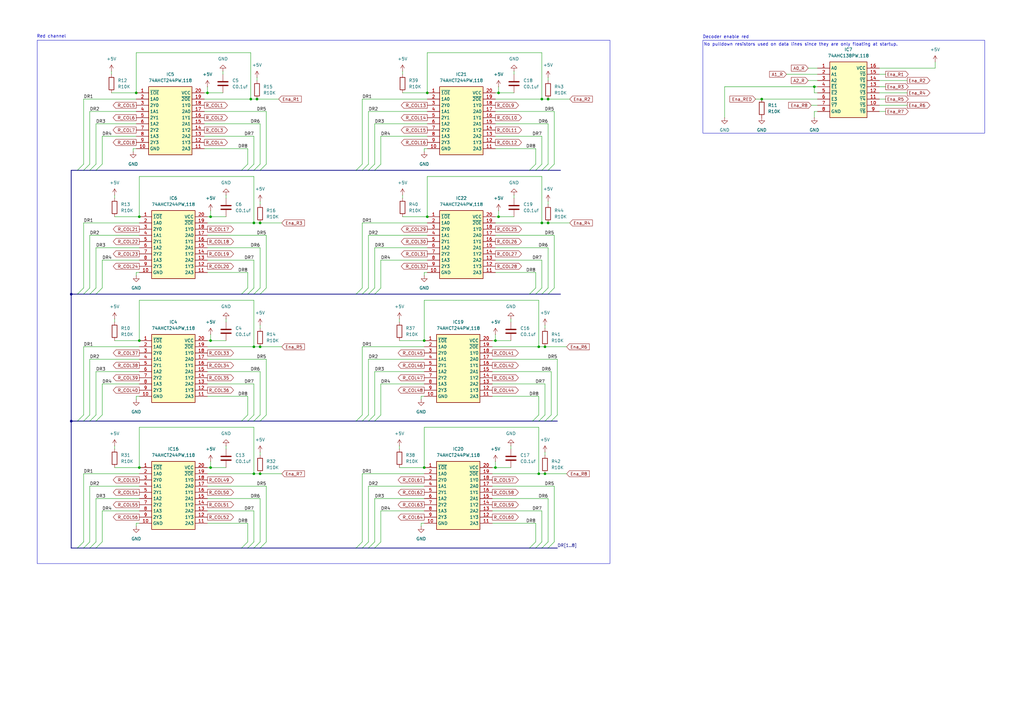
<source format=kicad_sch>
(kicad_sch (version 20250114) (generator "eeschema") (generator_version "9.0")
  (paper "A3")
  (title_block (title "8x8_Led_Cube") (rev "1") (company "Áuthor: Lars Molenschot"))
  (rectangle (start 15.24 16.51) (end 250.19 231.14))
  (rectangle (start 288.29 16.51) (end 403.86 54.61))
  (text "Red channel" (at 21.082 14.986 0) (effects (font (size 1.27 1.27))))
  (text "No pulldown resistors used on data lines since they are only floating at startup." (at 328.422 18.288 0) (effects (font (size 1.27 1.27))))
  (text "Decoder enable red" (at 297.688 15.24 0) (effects (font (size 1.27 1.27))))
  (junction (at 220.98 194.31))
  (junction (at 29.21 120.65))
  (junction (at 204.47 38.1))
  (junction (at 334.01 35.56))
  (junction (at 104.14 194.31))
  (junction (at 223.52 142.24))
  (junction (at 86.36 88.9))
  (junction (at 104.14 91.44))
  (junction (at 222.25 91.44))
  (junction (at 175.26 38.1))
  (junction (at 57.15 191.77))
  (junction (at 57.15 88.9))
  (junction (at 86.36 191.77))
  (junction (at 312.42 40.64))
  (junction (at 224.79 40.64))
  (junction (at 85.09 38.1))
  (junction (at 106.68 142.24))
  (junction (at 102.87 40.64))
  (junction (at 57.15 139.7))
  (junction (at 173.99 191.77))
  (junction (at 173.99 139.7))
  (junction (at 220.98 142.24))
  (junction (at 222.25 40.64))
  (junction (at 106.68 91.44))
  (junction (at 86.36 139.7))
  (junction (at 224.79 91.44))
  (junction (at 105.41 40.64))
  (junction (at 104.14 142.24))
  (junction (at 204.47 88.9))
  (junction (at 203.2 191.77))
  (junction (at 55.88 38.1))
  (junction (at 223.52 194.31))
  (junction (at 203.2 139.7))
  (junction (at 175.26 88.9))
  (junction (at 29.21 172.72))
  (junction (at 106.68 194.31))
  (bus_entry (at 151.13 172.72) (size 2.54 -2.54))
  (bus_entry (at 36.83 172.72) (size 2.54 -2.54))
  (bus_entry (at 153.67 120.65) (size 2.54 -2.54))
  (bus_entry (at 151.13 120.65) (size 2.54 -2.54))
  (bus_entry (at 146.05 172.72) (size 2.54 -2.54))
  (bus_entry (at 222.25 120.65) (size 2.54 -2.54))
  (bus_entry (at 104.14 120.65) (size 2.54 -2.54))
  (bus_entry (at 101.6 69.85) (size 2.54 -2.54))
  (bus_entry (at 101.6 120.65) (size 2.54 -2.54))
  (bus_entry (at 153.67 172.72) (size 2.54 -2.54))
  (bus_entry (at 148.59 224.79) (size 2.54 -2.54))
  (bus_entry (at 218.44 172.72) (size 2.54 -2.54))
  (bus_entry (at 106.68 172.72) (size 2.54 -2.54))
  (bus_entry (at 39.37 69.85) (size 2.54 -2.54))
  (bus_entry (at 148.59 120.65) (size 2.54 -2.54))
  (bus_entry (at 104.14 224.79) (size 2.54 -2.54))
  (bus_entry (at 31.75 172.72) (size 2.54 -2.54))
  (bus_entry (at 217.17 120.65) (size 2.54 -2.54))
  (bus_entry (at 217.17 224.79) (size 2.54 -2.54))
  (bus_entry (at 223.52 172.72) (size 2.54 -2.54))
  (bus_entry (at 222.25 69.85) (size 2.54 -2.54))
  (bus_entry (at 151.13 69.85) (size 2.54 -2.54))
  (bus_entry (at 220.98 172.72) (size 2.54 -2.54))
  (bus_entry (at 34.29 69.85) (size 2.54 -2.54))
  (bus_entry (at 104.14 172.72) (size 2.54 -2.54))
  (bus_entry (at 99.06 224.79) (size 2.54 -2.54))
  (bus_entry (at 151.13 224.79) (size 2.54 -2.54))
  (bus_entry (at 219.71 224.79) (size 2.54 -2.54))
  (bus_entry (at 219.71 120.65) (size 2.54 -2.54))
  (bus_entry (at 224.79 69.85) (size 2.54 -2.54))
  (bus_entry (at 101.6 172.72) (size 2.54 -2.54))
  (bus_entry (at 99.06 120.65) (size 2.54 -2.54))
  (bus_entry (at 31.75 69.85) (size 2.54 -2.54))
  (bus_entry (at 146.05 120.65) (size 2.54 -2.54))
  (bus_entry (at 224.79 120.65) (size 2.54 -2.54))
  (bus_entry (at 153.67 69.85) (size 2.54 -2.54))
  (bus_entry (at 34.29 172.72) (size 2.54 -2.54))
  (bus_entry (at 36.83 120.65) (size 2.54 -2.54))
  (bus_entry (at 106.68 224.79) (size 2.54 -2.54))
  (bus_entry (at 153.67 224.79) (size 2.54 -2.54))
  (bus_entry (at 217.17 69.85) (size 2.54 -2.54))
  (bus_entry (at 226.06 172.72) (size 2.54 -2.54))
  (bus_entry (at 39.37 120.65) (size 2.54 -2.54))
  (bus_entry (at 31.75 120.65) (size 2.54 -2.54))
  (bus_entry (at 146.05 69.85) (size 2.54 -2.54))
  (bus_entry (at 146.05 224.79) (size 2.54 -2.54))
  (bus_entry (at 106.68 120.65) (size 2.54 -2.54))
  (bus_entry (at 36.83 224.79) (size 2.54 -2.54))
  (bus_entry (at 39.37 224.79) (size 2.54 -2.54))
  (bus_entry (at 99.06 69.85) (size 2.54 -2.54))
  (bus_entry (at 224.79 224.79) (size 2.54 -2.54))
  (bus_entry (at 148.59 69.85) (size 2.54 -2.54))
  (bus_entry (at 99.06 172.72) (size 2.54 -2.54))
  (bus_entry (at 101.6 224.79) (size 2.54 -2.54))
  (bus_entry (at 34.29 224.79) (size 2.54 -2.54))
  (bus_entry (at 39.37 172.72) (size 2.54 -2.54))
  (bus_entry (at 104.14 69.85) (size 2.54 -2.54))
  (bus_entry (at 148.59 172.72) (size 2.54 -2.54))
  (bus_entry (at 219.71 69.85) (size 2.54 -2.54))
  (bus_entry (at 31.75 224.79) (size 2.54 -2.54))
  (bus_entry (at 222.25 224.79) (size 2.54 -2.54))
  (bus_entry (at 36.83 69.85) (size 2.54 -2.54))
  (bus_entry (at 34.29 120.65) (size 2.54 -2.54))
  (bus_entry (at 106.68 69.85) (size 2.54 -2.54))
  (bus (pts (xy 153.67 120.65) (xy 217.17 120.65)))
  (wire (pts (xy 156.21 209.55) (xy 173.99 209.55)))
  (bus (pts (xy 217.17 120.65) (xy 219.71 120.65)))
  (bus (pts (xy 36.83 69.85) (xy 39.37 69.85)))
  (bus (pts (xy 223.52 172.72) (xy 226.06 172.72)))
  (wire (pts (xy 85.09 88.9) (xy 86.36 88.9)))
  (wire (pts (xy 223.52 133.35) (xy 223.52 134.62)))
  (wire (pts (xy 153.67 67.31) (xy 153.67 50.8)))
  (wire (pts (xy 45.72 38.1) (xy 55.88 38.1)))
  (wire (pts (xy 201.93 194.31) (xy 220.98 194.31)))
  (wire (pts (xy 156.21 222.25) (xy 156.21 209.55)))
  (wire (pts (xy 151.13 118.11) (xy 151.13 96.52)))
  (wire (pts (xy 332.74 43.18) (xy 335.28 43.18)))
  (wire (pts (xy 104.14 194.31) (xy 104.14 175.26)))
  (wire (pts (xy 41.91 157.48) (xy 57.15 157.48)))
  (wire (pts (xy 151.13 45.72) (xy 175.26 45.72)))
  (wire (pts (xy 222.25 72.39) (xy 175.26 72.39)))
  (bus (pts (xy 99.06 69.85) (xy 101.6 69.85)))
  (wire (pts (xy 334.01 48.26) (xy 334.01 45.72)))
  (wire (pts (xy 220.98 194.31) (xy 220.98 175.26)))
  (wire (pts (xy 224.79 101.6) (xy 224.79 118.11)))
  (wire (pts (xy 109.22 96.52) (xy 109.22 118.11)))
  (wire (pts (xy 39.37 204.47) (xy 57.15 204.47)))
  (wire (pts (xy 175.26 60.96) (xy 173.99 60.96)))
  (bus (pts (xy 99.06 172.72) (xy 101.6 172.72)))
  (wire (pts (xy 209.55 132.08) (xy 209.55 130.81)))
  (bus (pts (xy 106.68 172.72) (xy 146.05 172.72)))
  (wire (pts (xy 220.98 142.24) (xy 223.52 142.24)))
  (wire (pts (xy 222.25 55.88) (xy 203.2 55.88)))
  (wire (pts (xy 85.09 157.48) (xy 104.14 157.48)))
  (bus (pts (xy 31.75 69.85) (xy 34.29 69.85)))
  (wire (pts (xy 383.54 27.94) (xy 360.68 27.94)))
  (wire (pts (xy 36.83 199.39) (xy 57.15 199.39)))
  (wire (pts (xy 106.68 82.55) (xy 106.68 83.82)))
  (bus (pts (xy 101.6 120.65) (xy 104.14 120.65)))
  (bus (pts (xy 146.05 120.65) (xy 148.59 120.65)))
  (bus (pts (xy 148.59 172.72) (xy 151.13 172.72)))
  (wire (pts (xy 83.82 60.96) (xy 101.6 60.96)))
  (bus (pts (xy 148.59 224.79) (xy 146.05 224.79)))
  (wire (pts (xy 153.67 170.18) (xy 153.67 152.4)))
  (wire (pts (xy 224.79 204.47) (xy 224.79 222.25)))
  (wire (pts (xy 85.09 111.76) (xy 101.6 111.76)))
  (wire (pts (xy 85.09 162.56) (xy 101.6 162.56)))
  (wire (pts (xy 360.68 30.48) (xy 363.22 30.48)))
  (wire (pts (xy 224.79 31.75) (xy 224.79 33.02)))
  (wire (pts (xy 46.99 191.77) (xy 57.15 191.77)))
  (wire (pts (xy 92.71 132.08) (xy 92.71 130.81)))
  (wire (pts (xy 201.93 191.77) (xy 203.2 191.77)))
  (wire (pts (xy 201.93 162.56) (xy 220.98 162.56)))
  (bus (pts (xy 222.25 69.85) (xy 224.79 69.85)))
  (bus (pts (xy 99.06 120.65) (xy 101.6 120.65)))
  (wire (pts (xy 41.91 209.55) (xy 57.15 209.55)))
  (wire (pts (xy 148.59 170.18) (xy 148.59 142.24)))
  (wire (pts (xy 55.88 21.59) (xy 55.88 38.1)))
  (wire (pts (xy 106.68 204.47) (xy 106.68 222.25)))
  (bus (pts (xy 153.67 69.85) (xy 217.17 69.85)))
  (wire (pts (xy 204.47 86.36) (xy 204.47 88.9)))
  (wire (pts (xy 148.59 142.24) (xy 173.99 142.24)))
  (wire (pts (xy 85.09 96.52) (xy 109.22 96.52)))
  (wire (pts (xy 210.82 30.48) (xy 210.82 29.21)))
  (wire (pts (xy 85.09 101.6) (xy 106.68 101.6)))
  (wire (pts (xy 204.47 38.1) (xy 210.82 38.1)))
  (wire (pts (xy 334.01 35.56) (xy 334.01 38.1)))
  (wire (pts (xy 224.79 40.64) (xy 233.68 40.64)))
  (wire (pts (xy 106.68 91.44) (xy 115.57 91.44)))
  (wire (pts (xy 106.68 185.42) (xy 106.68 186.69)))
  (wire (pts (xy 220.98 142.24) (xy 220.98 123.19)))
  (wire (pts (xy 227.33 199.39) (xy 201.93 199.39)))
  (wire (pts (xy 163.83 130.81) (xy 163.83 132.08)))
  (wire (pts (xy 227.33 96.52) (xy 227.33 118.11)))
  (bus (pts (xy 34.29 172.72) (xy 36.83 172.72)))
  (wire (pts (xy 151.13 170.18) (xy 151.13 147.32)))
  (bus (pts (xy 224.79 69.85) (xy 229.87 69.85)))
  (wire (pts (xy 85.09 91.44) (xy 104.14 91.44)))
  (wire (pts (xy 104.14 142.24) (xy 104.14 123.19)))
  (wire (pts (xy 163.83 139.7) (xy 173.99 139.7)))
  (bus (pts (xy 29.21 172.72) (xy 31.75 172.72)))
  (bus (pts (xy 148.59 69.85) (xy 151.13 69.85)))
  (bus (pts (xy 222.25 120.65) (xy 224.79 120.65)))
  (wire (pts (xy 57.15 214.63) (xy 55.88 214.63)))
  (wire (pts (xy 41.91 55.88) (xy 55.88 55.88)))
  (wire (pts (xy 360.68 45.72) (xy 363.22 45.72)))
  (wire (pts (xy 148.59 67.31) (xy 148.59 40.64)))
  (bus (pts (xy 224.79 120.65) (xy 229.87 120.65)))
  (bus (pts (xy 29.21 120.65) (xy 31.75 120.65)))
  (wire (pts (xy 102.87 40.64) (xy 102.87 21.59)))
  (wire (pts (xy 165.1 38.1) (xy 175.26 38.1)))
  (wire (pts (xy 224.79 82.55) (xy 224.79 83.82)))
  (wire (pts (xy 104.14 106.68) (xy 104.14 118.11)))
  (wire (pts (xy 83.82 38.1) (xy 85.09 38.1)))
  (bus (pts (xy 220.98 172.72) (xy 223.52 172.72)))
  (wire (pts (xy 34.29 118.11) (xy 34.29 91.44)))
  (wire (pts (xy 203.2 191.77) (xy 209.55 191.77)))
  (wire (pts (xy 224.79 91.44) (xy 233.68 91.44)))
  (wire (pts (xy 92.71 184.15) (xy 92.71 182.88)))
  (wire (pts (xy 220.98 123.19) (xy 173.99 123.19)))
  (bus (pts (xy 153.67 172.72) (xy 218.44 172.72)))
  (wire (pts (xy 39.37 170.18) (xy 39.37 152.4)))
  (bus (pts (xy 101.6 224.79) (xy 99.06 224.79)))
  (wire (pts (xy 102.87 21.59) (xy 55.88 21.59)))
  (wire (pts (xy 105.41 40.64) (xy 114.3 40.64)))
  (wire (pts (xy 86.36 88.9) (xy 92.71 88.9)))
  (wire (pts (xy 201.93 204.47) (xy 224.79 204.47)))
  (wire (pts (xy 201.93 147.32) (xy 228.6 147.32)))
  (wire (pts (xy 175.26 72.39) (xy 175.26 88.9)))
  (bus (pts (xy 29.21 172.72) (xy 29.21 120.65)))
  (wire (pts (xy 55.88 111.76) (xy 55.88 113.03)))
  (wire (pts (xy 165.1 80.01) (xy 165.1 81.28)))
  (wire (pts (xy 54.61 60.96) (xy 54.61 62.23)))
  (wire (pts (xy 163.83 191.77) (xy 173.99 191.77)))
  (wire (pts (xy 86.36 139.7) (xy 92.71 139.7)))
  (wire (pts (xy 309.88 40.64) (xy 312.42 40.64)))
  (wire (pts (xy 209.55 184.15) (xy 209.55 182.88)))
  (bus (pts (xy 29.21 224.79) (xy 29.21 172.72)))
  (wire (pts (xy 203.2 101.6) (xy 224.79 101.6)))
  (wire (pts (xy 203.2 38.1) (xy 204.47 38.1)))
  (wire (pts (xy 222.25 67.31) (xy 222.25 55.88)))
  (wire (pts (xy 39.37 152.4) (xy 57.15 152.4)))
  (wire (pts (xy 153.67 222.25) (xy 153.67 204.47)))
  (wire (pts (xy 156.21 67.31) (xy 156.21 55.88)))
  (wire (pts (xy 36.83 96.52) (xy 57.15 96.52)))
  (wire (pts (xy 106.68 152.4) (xy 106.68 170.18)))
  (wire (pts (xy 312.42 40.64) (xy 335.28 40.64)))
  (bus (pts (xy 151.13 172.72) (xy 153.67 172.72)))
  (wire (pts (xy 148.59 118.11) (xy 148.59 91.44)))
  (wire (pts (xy 85.09 199.39) (xy 109.22 199.39)))
  (wire (pts (xy 203.2 91.44) (xy 222.25 91.44)))
  (wire (pts (xy 203.2 137.16) (xy 203.2 139.7)))
  (wire (pts (xy 151.13 147.32) (xy 173.99 147.32)))
  (wire (pts (xy 86.36 137.16) (xy 86.36 139.7)))
  (wire (pts (xy 106.68 194.31) (xy 115.57 194.31)))
  (bus (pts (xy 104.14 120.65) (xy 106.68 120.65)))
  (wire (pts (xy 34.29 40.64) (xy 55.88 40.64)))
  (wire (pts (xy 57.15 162.56) (xy 55.88 162.56)))
  (wire (pts (xy 360.68 35.56) (xy 363.22 35.56)))
  (wire (pts (xy 224.79 50.8) (xy 224.79 67.31)))
  (wire (pts (xy 101.6 162.56) (xy 101.6 170.18)))
  (bus (pts (xy 36.83 120.65) (xy 39.37 120.65)))
  (wire (pts (xy 109.22 147.32) (xy 109.22 170.18)))
  (wire (pts (xy 201.93 142.24) (xy 220.98 142.24)))
  (wire (pts (xy 156.21 106.68) (xy 175.26 106.68)))
  (wire (pts (xy 104.14 123.19) (xy 57.15 123.19)))
  (wire (pts (xy 151.13 222.25) (xy 151.13 199.39)))
  (wire (pts (xy 175.26 21.59) (xy 175.26 38.1)))
  (wire (pts (xy 34.29 67.31) (xy 34.29 40.64)))
  (wire (pts (xy 106.68 142.24) (xy 115.57 142.24)))
  (wire (pts (xy 46.99 88.9) (xy 57.15 88.9)))
  (wire (pts (xy 203.2 96.52) (xy 227.33 96.52)))
  (wire (pts (xy 151.13 96.52) (xy 175.26 96.52)))
  (wire (pts (xy 220.98 175.26) (xy 173.99 175.26)))
  (wire (pts (xy 219.71 214.63) (xy 219.71 222.25)))
  (wire (pts (xy 227.33 222.25) (xy 227.33 199.39)))
  (wire (pts (xy 148.59 222.25) (xy 148.59 194.31)))
  (wire (pts (xy 220.98 194.31) (xy 223.52 194.31)))
  (wire (pts (xy 173.99 123.19) (xy 173.99 139.7)))
  (wire (pts (xy 106.68 133.35) (xy 106.68 134.62)))
  (wire (pts (xy 148.59 194.31) (xy 173.99 194.31)))
  (wire (pts (xy 85.09 147.32) (xy 109.22 147.32)))
  (wire (pts (xy 104.14 209.55) (xy 104.14 222.25)))
  (bus (pts (xy 36.83 172.72) (xy 39.37 172.72)))
  (bus (pts (xy 146.05 69.85) (xy 148.59 69.85)))
  (wire (pts (xy 222.25 21.59) (xy 175.26 21.59)))
  (wire (pts (xy 227.33 45.72) (xy 227.33 67.31)))
  (wire (pts (xy 335.28 35.56) (xy 334.01 35.56)))
  (wire (pts (xy 153.67 152.4) (xy 173.99 152.4)))
  (wire (pts (xy 57.15 123.19) (xy 57.15 139.7)))
  (wire (pts (xy 173.99 60.96) (xy 173.99 62.23)))
  (wire (pts (xy 222.25 209.55) (xy 201.93 209.55)))
  (bus (pts (xy 104.14 224.79) (xy 101.6 224.79)))
  (bus (pts (xy 228.6 224.79) (xy 224.79 224.79)))
  (wire (pts (xy 102.87 40.64) (xy 105.41 40.64)))
  (wire (pts (xy 220.98 162.56) (xy 220.98 170.18)))
  (wire (pts (xy 55.88 214.63) (xy 55.88 215.9)))
  (wire (pts (xy 223.52 157.48) (xy 223.52 170.18)))
  (wire (pts (xy 57.15 175.26) (xy 57.15 191.77)))
  (wire (pts (xy 222.25 91.44) (xy 222.25 72.39)))
  (wire (pts (xy 219.71 111.76) (xy 219.71 118.11)))
  (bus (pts (xy 34.29 120.65) (xy 36.83 120.65)))
  (wire (pts (xy 153.67 101.6) (xy 175.26 101.6)))
  (wire (pts (xy 57.15 111.76) (xy 55.88 111.76)))
  (wire (pts (xy 101.6 67.31) (xy 101.6 60.96)))
  (wire (pts (xy 203.2 45.72) (xy 227.33 45.72)))
  (wire (pts (xy 41.91 222.25) (xy 41.91 209.55)))
  (wire (pts (xy 163.83 182.88) (xy 163.83 184.15)))
  (wire (pts (xy 57.15 72.39) (xy 57.15 88.9)))
  (wire (pts (xy 36.83 118.11) (xy 36.83 96.52)))
  (wire (pts (xy 36.83 45.72) (xy 55.88 45.72)))
  (wire (pts (xy 383.54 25.4) (xy 383.54 27.94)))
  (wire (pts (xy 156.21 55.88) (xy 175.26 55.88)))
  (wire (pts (xy 46.99 130.81) (xy 46.99 132.08)))
  (wire (pts (xy 34.29 222.25) (xy 34.29 194.31)))
  (wire (pts (xy 85.09 106.68) (xy 104.14 106.68)))
  (bus (pts (xy 101.6 69.85) (xy 104.14 69.85)))
  (wire (pts (xy 156.21 170.18) (xy 156.21 157.48)))
  (wire (pts (xy 86.36 86.36) (xy 86.36 88.9)))
  (wire (pts (xy 322.58 30.48) (xy 335.28 30.48)))
  (wire (pts (xy 173.99 175.26) (xy 173.99 191.77)))
  (bus (pts (xy 224.79 224.79) (xy 222.25 224.79)))
  (wire (pts (xy 41.91 67.31) (xy 41.91 55.88)))
  (wire (pts (xy 204.47 35.56) (xy 204.47 38.1)))
  (wire (pts (xy 156.21 118.11) (xy 156.21 106.68)))
  (bus (pts (xy 106.68 120.65) (xy 146.05 120.65)))
  (bus (pts (xy 36.83 224.79) (xy 34.29 224.79)))
  (wire (pts (xy 41.91 106.68) (xy 41.91 118.11)))
  (wire (pts (xy 165.1 29.21) (xy 165.1 30.48)))
  (bus (pts (xy 39.37 172.72) (xy 99.06 172.72)))
  (wire (pts (xy 109.22 199.39) (xy 109.22 222.25)))
  (bus (pts (xy 153.67 224.79) (xy 151.13 224.79)))
  (wire (pts (xy 223.52 194.31) (xy 232.41 194.31)))
  (wire (pts (xy 222.25 40.64) (xy 222.25 21.59)))
  (wire (pts (xy 39.37 50.8) (xy 55.88 50.8)))
  (wire (pts (xy 172.72 214.63) (xy 172.72 215.9)))
  (bus (pts (xy 217.17 224.79) (xy 153.67 224.79)))
  (wire (pts (xy 173.99 162.56) (xy 172.72 162.56)))
  (bus (pts (xy 39.37 224.79) (xy 36.83 224.79)))
  (wire (pts (xy 34.29 142.24) (xy 57.15 142.24)))
  (bus (pts (xy 39.37 69.85) (xy 99.06 69.85)))
  (bus (pts (xy 148.59 120.65) (xy 151.13 120.65)))
  (wire (pts (xy 85.09 214.63) (xy 101.6 214.63)))
  (wire (pts (xy 39.37 67.31) (xy 39.37 50.8)))
  (wire (pts (xy 106.68 101.6) (xy 106.68 118.11)))
  (bus (pts (xy 29.21 120.65) (xy 29.21 69.85)))
  (wire (pts (xy 86.36 189.23) (xy 86.36 191.77)))
  (bus (pts (xy 39.37 120.65) (xy 99.06 120.65)))
  (wire (pts (xy 201.93 157.48) (xy 223.52 157.48)))
  (wire (pts (xy 201.93 214.63) (xy 219.71 214.63)))
  (wire (pts (xy 86.36 191.77) (xy 92.71 191.77)))
  (wire (pts (xy 41.91 106.68) (xy 57.15 106.68)))
  (wire (pts (xy 165.1 88.9) (xy 175.26 88.9)))
  (wire (pts (xy 104.14 72.39) (xy 57.15 72.39)))
  (bus (pts (xy 106.68 224.79) (xy 104.14 224.79)))
  (wire (pts (xy 104.14 91.44) (xy 106.68 91.44)))
  (wire (pts (xy 83.82 45.72) (xy 109.22 45.72)))
  (wire (pts (xy 36.83 170.18) (xy 36.83 147.32)))
  (wire (pts (xy 85.09 204.47) (xy 106.68 204.47)))
  (wire (pts (xy 85.09 152.4) (xy 106.68 152.4)))
  (wire (pts (xy 203.2 139.7) (xy 209.55 139.7)))
  (bus (pts (xy 106.68 69.85) (xy 146.05 69.85)))
  (wire (pts (xy 104.14 194.31) (xy 106.68 194.31)))
  (wire (pts (xy 151.13 199.39) (xy 173.99 199.39)))
  (wire (pts (xy 331.47 27.94) (xy 335.28 27.94)))
  (wire (pts (xy 210.82 81.28) (xy 210.82 80.01)))
  (wire (pts (xy 201.93 152.4) (xy 226.06 152.4)))
  (bus (pts (xy 31.75 172.72) (xy 34.29 172.72)))
  (wire (pts (xy 334.01 38.1) (xy 335.28 38.1)))
  (wire (pts (xy 223.52 185.42) (xy 223.52 186.69)))
  (wire (pts (xy 34.29 170.18) (xy 34.29 142.24)))
  (wire (pts (xy 45.72 29.21) (xy 45.72 30.48)))
  (wire (pts (xy 106.68 67.31) (xy 106.68 50.8)))
  (wire (pts (xy 104.14 142.24) (xy 106.68 142.24)))
  (wire (pts (xy 83.82 55.88) (xy 104.14 55.88)))
  (bus (pts (xy 219.71 120.65) (xy 222.25 120.65)))
  (wire (pts (xy 85.09 142.24) (xy 104.14 142.24)))
  (wire (pts (xy 203.2 111.76) (xy 219.71 111.76)))
  (wire (pts (xy 34.29 91.44) (xy 57.15 91.44)))
  (wire (pts (xy 173.99 214.63) (xy 172.72 214.63)))
  (bus (pts (xy 31.75 120.65) (xy 34.29 120.65)))
  (bus (pts (xy 219.71 224.79) (xy 217.17 224.79)))
  (wire (pts (xy 153.67 118.11) (xy 153.67 101.6)))
  (wire (pts (xy 222.25 91.44) (xy 224.79 91.44)))
  (wire (pts (xy 46.99 80.01) (xy 46.99 81.28)))
  (wire (pts (xy 203.2 189.23) (xy 203.2 191.77)))
  (wire (pts (xy 297.18 35.56) (xy 334.01 35.56)))
  (wire (pts (xy 85.09 38.1) (xy 91.44 38.1)))
  (bus (pts (xy 34.29 69.85) (xy 36.83 69.85)))
  (wire (pts (xy 46.99 139.7) (xy 57.15 139.7)))
  (wire (pts (xy 203.2 50.8) (xy 224.79 50.8)))
  (wire (pts (xy 223.52 142.24) (xy 232.41 142.24)))
  (wire (pts (xy 83.82 40.64) (xy 102.87 40.64)))
  (wire (pts (xy 148.59 40.64) (xy 175.26 40.64)))
  (wire (pts (xy 34.29 194.31) (xy 57.15 194.31)))
  (wire (pts (xy 203.2 60.96) (xy 219.71 60.96)))
  (bus (pts (xy 219.71 69.85) (xy 222.25 69.85)))
  (bus (pts (xy 151.13 224.79) (xy 148.59 224.79)))
  (wire (pts (xy 41.91 170.18) (xy 41.91 157.48)))
  (wire (pts (xy 222.25 40.64) (xy 224.79 40.64)))
  (wire (pts (xy 104.14 91.44) (xy 104.14 72.39)))
  (bus (pts (xy 151.13 120.65) (xy 153.67 120.65)))
  (wire (pts (xy 173.99 111.76) (xy 173.99 113.03)))
  (bus (pts (xy 146.05 172.72) (xy 148.59 172.72)))
  (wire (pts (xy 175.26 111.76) (xy 173.99 111.76)))
  (wire (pts (xy 92.71 81.28) (xy 92.71 80.01)))
  (wire (pts (xy 85.09 209.55) (xy 104.14 209.55)))
  (wire (pts (xy 91.44 30.48) (xy 91.44 29.21)))
  (wire (pts (xy 360.68 33.02) (xy 372.11 33.02)))
  (wire (pts (xy 36.83 147.32) (xy 57.15 147.32)))
  (wire (pts (xy 203.2 40.64) (xy 222.25 40.64)))
  (bus (pts (xy 217.17 69.85) (xy 219.71 69.85)))
  (wire (pts (xy 156.21 157.48) (xy 173.99 157.48)))
  (wire (pts (xy 204.47 88.9) (xy 210.82 88.9)))
  (bus (pts (xy 101.6 172.72) (xy 104.14 172.72)))
  (bus (pts (xy 218.44 172.72) (xy 220.98 172.72)))
  (wire (pts (xy 101.6 214.63) (xy 101.6 222.25)))
  (wire (pts (xy 203.2 106.68) (xy 222.25 106.68)))
  (bus (pts (xy 222.25 224.79) (xy 219.71 224.79)))
  (wire (pts (xy 203.2 88.9) (xy 204.47 88.9)))
  (bus (pts (xy 104.14 172.72) (xy 106.68 172.72)))
  (bus (pts (xy 151.13 69.85) (xy 153.67 69.85)))
  (wire (pts (xy 222.25 106.68) (xy 222.25 118.11)))
  (wire (pts (xy 105.41 31.75) (xy 105.41 33.02)))
  (wire (pts (xy 222.25 222.25) (xy 222.25 209.55)))
  (wire (pts (xy 101.6 111.76) (xy 101.6 118.11)))
  (wire (pts (xy 201.93 139.7) (xy 203.2 139.7)))
  (bus (pts (xy 99.06 224.79) (xy 39.37 224.79)))
  (bus (pts (xy 29.21 69.85) (xy 31.75 69.85)))
  (wire (pts (xy 360.68 43.18) (xy 372.11 43.18)))
  (bus (pts (xy 34.29 224.79) (xy 31.75 224.79)))
  (wire (pts (xy 39.37 101.6) (xy 57.15 101.6)))
  (wire (pts (xy 360.68 38.1) (xy 372.11 38.1)))
  (bus (pts (xy 226.06 172.72) (xy 228.6 172.72)))
  (wire (pts (xy 228.6 147.32) (xy 228.6 170.18)))
  (wire (pts (xy 39.37 222.25) (xy 39.37 204.47)))
  (bus (pts (xy 146.05 224.79) (xy 106.68 224.79)))
  (wire (pts (xy 226.06 152.4) (xy 226.06 170.18)))
  (wire (pts (xy 85.09 139.7) (xy 86.36 139.7)))
  (wire (pts (xy 85.09 191.77) (xy 86.36 191.77)))
  (wire (pts (xy 331.47 33.02) (xy 335.28 33.02)))
  (wire (pts (xy 104.14 67.31) (xy 104.14 55.88)))
  (wire (pts (xy 297.18 48.26) (xy 297.18 35.56)))
  (wire (pts (xy 85.09 35.56) (xy 85.09 38.1)))
  (wire (pts (xy 36.83 67.31) (xy 36.83 45.72)))
  (wire (pts (xy 55.88 60.96) (xy 54.61 60.96)))
  (wire (pts (xy 360.68 40.64) (xy 363.22 40.64)))
  (wire (pts (xy 55.88 162.56) (xy 55.88 163.83)))
  (wire (pts (xy 334.01 45.72) (xy 335.28 45.72)))
  (wire (pts (xy 104.14 175.26) (xy 57.15 175.26)))
  (wire (pts (xy 151.13 67.31) (xy 151.13 45.72)))
  (wire (pts (xy 39.37 101.6) (xy 39.37 118.11)))
  (wire (pts (xy 219.71 60.96) (xy 219.71 67.31)))
  (wire (pts (xy 153.67 204.47) (xy 173.99 204.47)))
  (wire (pts (xy 46.99 182.88) (xy 46.99 184.15)))
  (wire (pts (xy 36.83 222.25) (xy 36.83 199.39)))
  (wire (pts (xy 83.82 50.8) (xy 106.68 50.8)))
  (bus (pts (xy 104.14 69.85) (xy 106.68 69.85)))
  (wire (pts (xy 85.09 194.31) (xy 104.14 194.31)))
  (wire (pts (xy 172.72 162.56) (xy 172.72 163.83)))
  (wire (pts (xy 148.59 91.44) (xy 175.26 91.44)))
  (wire (pts (xy 109.22 67.31) (xy 109.22 45.72)))
  (wire (pts (xy 153.67 50.8) (xy 175.26 50.8)))
  (wire (pts (xy 104.14 157.48) (xy 104.14 170.18)))
  (bus (pts (xy 31.75 224.79) (xy 29.21 224.79)))
  (label "DR5" (at 109.22 96.52 180))
  (label "DR6" (at 106.68 204.47 180))
  (label "DR5" (at 227.33 45.72 180))
  (label "DR4" (at 156.21 55.88 0))
  (label "DR[1..8]" (at 228.6 224.79 0))
  (label "DR8" (at 101.6 111.76 180))
  (label "DR2" (at 151.13 96.52 0))
  (label "DR4" (at 41.91 209.55 0))
  (label "DR5" (at 228.6 147.32 180))
  (label "DR7" (at 223.52 157.48 180))
  (label "DR8" (at 219.71 60.96 180))
  (label "DR7" (at 104.14 157.48 180))
  (label "DR5" (at 227.33 199.39 180))
  (label "DR8" (at 101.6 214.63 180))
  (label "DR7" (at 222.25 55.88 180))
  (label "DR4" (at 156.21 157.48 0))
  (label "DR2" (at 36.83 199.39 0))
  (label "DR3" (at 39.37 152.4 0))
  (label "DR3" (at 153.67 204.47 0))
  (label "DR1" (at 34.29 194.31 0))
  (label "DR3" (at 153.67 152.4 0))
  (label "DR3" (at 39.37 204.47 0))
  (label "DR5" (at 109.22 147.32 180))
  (label "DR7" (at 104.14 55.88 180))
  (label "DR2" (at 151.13 199.39 0))
  (label "DR1" (at 148.59 40.64 0))
  (label "DR3" (at 153.67 101.6 0))
  (label "DR2" (at 36.83 147.32 0))
  (label "DR7" (at 104.14 106.68 180))
  (label "DR1" (at 34.29 142.24 0))
  (label "DR6" (at 106.68 152.4 180))
  (label "DR2" (at 151.13 147.32 0))
  (label "DR4" (at 156.21 209.55 0))
  (label "DR6" (at 224.79 101.6 180))
  (label "DR1" (at 148.59 91.44 0))
  (label "DR8" (at 219.71 111.76 180))
  (label "DR4" (at 41.91 157.48 0))
  (label "DR1" (at 148.59 194.31 0))
  (label "DR5" (at 109.22 199.39 180))
  (label "DR3" (at 153.67 50.8 0))
  (label "DR7" (at 222.25 106.68 180))
  (label "DR5" (at 109.22 45.72 180))
  (label "DR6" (at 226.06 152.4 180))
  (label "DR4" (at 156.21 106.68 0))
  (label "DR2" (at 36.83 45.72 0))
  (label "DR4" (at 41.91 106.68 0))
  (label "DR6" (at 224.79 50.8 180))
  (label "DR3" (at 39.37 50.8 0))
  (label "DR1" (at 148.59 142.24 0))
  (label "DR8" (at 220.98 162.56 180))
  (label "DR5" (at 227.33 96.52 180))
  (label "DR7" (at 104.14 209.55 180))
  (label "DR3" (at 39.37 101.6 0))
  (label "DR4" (at 41.91 55.88 0))
  (label "DR6" (at 224.79 204.47 180))
  (label "DR8" (at 101.6 60.96 180))
  (label "DR7" (at 222.25 209.55 180))
  (label "DR8" (at 219.71 214.63 180))
  (label "DR6" (at 106.68 101.6 180))
  (label "DR8" (at 101.6 162.56 180))
  (label "DR6" (at 106.68 50.8 180))
  (label "DR1" (at 34.29 40.64 0))
  (label "DR1" (at 34.29 91.44 0))
  (label "DR2" (at 36.83 96.52 0))
  (label "DR2" (at 151.13 45.72 0))
  (global_label "Ena_R5" (shape output) (at 363.22 40.64 0) (property "Intersheetrefs" "${INTERSHEET_REFS}" (effects (hide yes))))
  (global_label "R_COL56" (shape output) (at 57.15 212.09 180) (property "Intersheetrefs" "${INTERSHEET_REFS}" (effects (hide yes))))
  (global_label "Ena_RED" (shape input) (at 309.88 40.64 180) (property "Intersheetrefs" "${INTERSHEET_REFS}" (effects (hide yes))))
  (global_label "R_COL10" (shape output) (at 203.2 48.26 0) (property "Intersheetrefs" "${INTERSHEET_REFS}" (effects (hide yes))))
  (global_label "Ena_R3" (shape input) (at 115.57 91.44 0) (property "Intersheetrefs" "${INTERSHEET_REFS}" (effects (hide yes))))
  (global_label "R_COL5" (shape output) (at 55.88 43.18 180) (property "Intersheetrefs" "${INTERSHEET_REFS}" (effects (hide yes))))
  (global_label "R_COL64" (shape output) (at 173.99 212.09 180) (property "Intersheetrefs" "${INTERSHEET_REFS}" (effects (hide yes))))
  (global_label "A1_R" (shape input) (at 322.58 30.48 180) (property "Intersheetrefs" "${INTERSHEET_REFS}" (effects (hide yes))))
  (global_label "Ena_R7" (shape input) (at 115.57 194.31 0) (property "Intersheetrefs" "${INTERSHEET_REFS}" (effects (hide yes))))
  (global_label "R_COL27" (shape output) (at 203.2 104.14 0) (property "Intersheetrefs" "${INTERSHEET_REFS}" (effects (hide yes))))
  (global_label "R_COL17" (shape output) (at 85.09 93.98 0) (property "Intersheetrefs" "${INTERSHEET_REFS}" (effects (hide yes))))
  (global_label "A2_R" (shape input) (at 331.47 33.02 180) (property "Intersheetrefs" "${INTERSHEET_REFS}" (effects (hide yes))))
  (global_label "Ena_R6" (shape output) (at 372.11 43.18 0) (property "Intersheetrefs" "${INTERSHEET_REFS}" (effects (hide yes))))
  (global_label "R_COL30" (shape output) (at 175.26 99.06 180) (property "Intersheetrefs" "${INTERSHEET_REFS}" (effects (hide yes))))
  (global_label "Ena_R4" (shape input) (at 233.68 91.44 0) (property "Intersheetrefs" "${INTERSHEET_REFS}" (effects (hide yes))))
  (global_label "R_COL49" (shape output) (at 85.09 196.85 0) (property "Intersheetrefs" "${INTERSHEET_REFS}" (effects (hide yes))))
  (global_label "R_COL24" (shape output) (at 57.15 109.22 180) (property "Intersheetrefs" "${INTERSHEET_REFS}" (effects (hide yes))))
  (global_label "R_COL43" (shape output) (at 201.93 154.94 0) (property "Intersheetrefs" "${INTERSHEET_REFS}" (effects (hide yes))))
  (global_label "R_COL2" (shape output) (at 83.82 48.26 0) (property "Intersheetrefs" "${INTERSHEET_REFS}" (effects (hide yes))))
  (global_label "R_COL21" (shape output) (at 57.15 93.98 180) (property "Intersheetrefs" "${INTERSHEET_REFS}" (effects (hide yes))))
  (global_label "Ena_R2" (shape output) (at 372.11 33.02 0) (property "Intersheetrefs" "${INTERSHEET_REFS}" (effects (hide yes))))
  (global_label "R_COL45" (shape output) (at 173.99 144.78 180) (property "Intersheetrefs" "${INTERSHEET_REFS}" (effects (hide yes))))
  (global_label "R_COL36" (shape output) (at 85.09 160.02 0) (property "Intersheetrefs" "${INTERSHEET_REFS}" (effects (hide yes))))
  (global_label "R_COL28" (shape output) (at 203.2 109.22 0) (property "Intersheetrefs" "${INTERSHEET_REFS}" (effects (hide yes))))
  (global_label "R_COL38" (shape output) (at 57.15 149.86 180) (property "Intersheetrefs" "${INTERSHEET_REFS}" (effects (hide yes))))
  (global_label "R_COL60" (shape output) (at 201.93 212.09 0) (property "Intersheetrefs" "${INTERSHEET_REFS}" (effects (hide yes))))
  (global_label "Ena_R3" (shape output) (at 363.22 35.56 0) (property "Intersheetrefs" "${INTERSHEET_REFS}" (effects (hide yes))))
  (global_label "R_COL44" (shape output) (at 201.93 160.02 0) (property "Intersheetrefs" "${INTERSHEET_REFS}" (effects (hide yes))))
  (global_label "R_COL48" (shape output) (at 173.99 160.02 180) (property "Intersheetrefs" "${INTERSHEET_REFS}" (effects (hide yes))))
  (global_label "R_COL61" (shape output) (at 173.99 196.85 180) (property "Intersheetrefs" "${INTERSHEET_REFS}" (effects (hide yes))))
  (global_label "R_COL18" (shape output) (at 85.09 99.06 0) (property "Intersheetrefs" "${INTERSHEET_REFS}" (effects (hide yes))))
  (global_label "R_COL33" (shape output) (at 85.09 144.78 0) (property "Intersheetrefs" "${INTERSHEET_REFS}" (effects (hide yes))))
  (global_label "Ena_R4" (shape output) (at 372.11 38.1 0) (property "Intersheetrefs" "${INTERSHEET_REFS}" (effects (hide yes))))
  (global_label "R_COL46" (shape output) (at 173.99 149.86 180) (property "Intersheetrefs" "${INTERSHEET_REFS}" (effects (hide yes))))
  (global_label "R_COL23" (shape output) (at 57.15 104.14 180) (property "Intersheetrefs" "${INTERSHEET_REFS}" (effects (hide yes))))
  (global_label "R_COL15" (shape output) (at 175.26 53.34 180) (property "Intersheetrefs" "${INTERSHEET_REFS}" (effects (hide yes))))
  (global_label "R_COL16" (shape output) (at 175.26 58.42 180) (property "Intersheetrefs" "${INTERSHEET_REFS}" (effects (hide yes))))
  (global_label "R_COL34" (shape output) (at 85.09 149.86 0) (property "Intersheetrefs" "${INTERSHEET_REFS}" (effects (hide yes))))
  (global_label "Ena_R7" (shape output) (at 363.22 45.72 0) (property "Intersheetrefs" "${INTERSHEET_REFS}" (effects (hide yes))))
  (global_label "R_COL8" (shape output) (at 55.88 58.42 180) (property "Intersheetrefs" "${INTERSHEET_REFS}" (effects (hide yes))))
  (global_label "R_COL42" (shape output) (at 201.93 149.86 0) (property "Intersheetrefs" "${INTERSHEET_REFS}" (effects (hide yes))))
  (global_label "R_COL13" (shape output) (at 175.26 43.18 180) (property "Intersheetrefs" "${INTERSHEET_REFS}" (effects (hide yes))))
  (global_label "R_COL52" (shape output) (at 85.09 212.09 0) (property "Intersheetrefs" "${INTERSHEET_REFS}" (effects (hide yes))))
  (global_label "R_COL32" (shape output) (at 175.26 109.22 180) (property "Intersheetrefs" "${INTERSHEET_REFS}" (effects (hide yes))))
  (global_label "R_COL19" (shape output) (at 85.09 104.14 0) (property "Intersheetrefs" "${INTERSHEET_REFS}" (effects (hide yes))))
  (global_label "A0_R" (shape input) (at 331.47 27.94 180) (property "Intersheetrefs" "${INTERSHEET_REFS}" (effects (hide yes))))
  (global_label "R_COL58" (shape output) (at 201.93 201.93 0) (property "Intersheetrefs" "${INTERSHEET_REFS}" (effects (hide yes))))
  (global_label "R_COL14" (shape output) (at 175.26 48.26 180) (property "Intersheetrefs" "${INTERSHEET_REFS}" (effects (hide yes))))
  (global_label "R_COL47" (shape output) (at 173.99 154.94 180) (property "Intersheetrefs" "${INTERSHEET_REFS}" (effects (hide yes))))
  (global_label "R_COL1" (shape output) (at 83.82 43.18 0) (property "Intersheetrefs" "${INTERSHEET_REFS}" (effects (hide yes))))
  (global_label "R_COL35" (shape output) (at 85.09 154.94 0) (property "Intersheetrefs" "${INTERSHEET_REFS}" (effects (hide yes))))
  (global_label "R_COL22" (shape output) (at 57.15 99.06 180) (property "Intersheetrefs" "${INTERSHEET_REFS}" (effects (hide yes))))
  (global_label "Ena_R1" (shape input) (at 114.3 40.64 0) (property "Intersheetrefs" "${INTERSHEET_REFS}" (effects (hide yes))))
  (global_label "R_COL57" (shape output) (at 201.93 196.85 0) (property "Intersheetrefs" "${INTERSHEET_REFS}" (effects (hide yes))))
  (global_label "R_COL59" (shape output) (at 201.93 207.01 0) (property "Intersheetrefs" "${INTERSHEET_REFS}" (effects (hide yes))))
  (global_label "R_COL54" (shape output) (at 57.15 201.93 180) (property "Intersheetrefs" "${INTERSHEET_REFS}" (effects (hide yes))))
  (global_label "R_COL12" (shape output) (at 203.2 58.42 0) (property "Intersheetrefs" "${INTERSHEET_REFS}" (effects (hide yes))))
  (global_label "R_COL40" (shape output) (at 57.15 160.02 180) (property "Intersheetrefs" "${INTERSHEET_REFS}" (effects (hide yes))))
  (global_label "Ena_R5" (shape input) (at 115.57 142.24 0) (property "Intersheetrefs" "${INTERSHEET_REFS}" (effects (hide yes))))
  (global_label "R_COL7" (shape output) (at 55.88 53.34 180) (property "Intersheetrefs" "${INTERSHEET_REFS}" (effects (hide yes))))
  (global_label "R_COL62" (shape output) (at 173.99 201.93 180) (property "Intersheetrefs" "${INTERSHEET_REFS}" (effects (hide yes))))
  (global_label "R_COL26" (shape output) (at 203.2 99.06 0) (property "Intersheetrefs" "${INTERSHEET_REFS}" (effects (hide yes))))
  (global_label "R_COL3" (shape output) (at 83.82 53.34 0) (property "Intersheetrefs" "${INTERSHEET_REFS}" (effects (hide yes))))
  (global_label "R_COL51" (shape output) (at 85.09 207.01 0) (property "Intersheetrefs" "${INTERSHEET_REFS}" (effects (hide yes))))
  (global_label "R_COL4" (shape output) (at 83.82 58.42 0) (property "Intersheetrefs" "${INTERSHEET_REFS}" (effects (hide yes))))
  (global_label "R_COL53" (shape output) (at 57.15 196.85 180) (property "Intersheetrefs" "${INTERSHEET_REFS}" (effects (hide yes))))
  (global_label "Ena_R2" (shape input) (at 233.68 40.64 0) (property "Intersheetrefs" "${INTERSHEET_REFS}" (effects (hide yes))))
  (global_label "R_COL63" (shape output) (at 173.99 207.01 180) (property "Intersheetrefs" "${INTERSHEET_REFS}" (effects (hide yes))))
  (global_label "R_COL55" (shape output) (at 57.15 207.01 180) (property "Intersheetrefs" "${INTERSHEET_REFS}" (effects (hide yes))))
  (global_label "R_COL29" (shape output) (at 175.26 93.98 180) (property "Intersheetrefs" "${INTERSHEET_REFS}" (effects (hide yes))))
  (global_label "Ena_R8" (shape input) (at 232.41 194.31 0) (property "Intersheetrefs" "${INTERSHEET_REFS}" (effects (hide yes))))
  (global_label "R_COL6" (shape output) (at 55.88 48.26 180) (property "Intersheetrefs" "${INTERSHEET_REFS}" (effects (hide yes))))
  (global_label "Ena_R8" (shape input) (at 332.74 43.18 180) (property "Intersheetrefs" "${INTERSHEET_REFS}" (effects (hide yes))))
  (global_label "R_COL37" (shape output) (at 57.15 144.78 180) (property "Intersheetrefs" "${INTERSHEET_REFS}" (effects (hide yes))))
  (global_label "R_COL9" (shape output) (at 203.2 43.18 0) (property "Intersheetrefs" "${INTERSHEET_REFS}" (effects (hide yes))))
  (global_label "R_COL41" (shape output) (at 201.93 144.78 0) (property "Intersheetrefs" "${INTERSHEET_REFS}" (effects (hide yes))))
  (global_label "R_COL20" (shape output) (at 85.09 109.22 0) (property "Intersheetrefs" "${INTERSHEET_REFS}" (effects (hide yes))))
  (global_label "R_COL25" (shape output) (at 203.2 93.98 0) (property "Intersheetrefs" "${INTERSHEET_REFS}" (effects (hide yes))))
  (global_label "R_COL31" (shape output) (at 175.26 104.14 180) (property "Intersheetrefs" "${INTERSHEET_REFS}" (effects (hide yes))))
  (global_label "Ena_R6" (shape input) (at 232.41 142.24 0) (property "Intersheetrefs" "${INTERSHEET_REFS}" (effects (hide yes))))
  (global_label "Ena_R1" (shape output) (at 363.22 30.48 0) (property "Intersheetrefs" "${INTERSHEET_REFS}" (effects (hide yes))))
  (global_label "R_COL11" (shape output) (at 203.2 53.34 0) (property "Intersheetrefs" "${INTERSHEET_REFS}" (effects (hide yes))))
  (global_label "R_COL39" (shape output) (at 57.15 154.94 180) (property "Intersheetrefs" "${INTERSHEET_REFS}" (effects (hide yes))))
  (global_label "R_COL50" (shape output) (at 85.09 201.93 0) (property "Intersheetrefs" "${INTERSHEET_REFS}" (effects (hide yes))))
  (symbol (lib_id "Device:C") (at 210.82 34.29 0) (unit 1)
    (property "Reference" "C18" (at 214.63 33.0199 0) (effects (justify left)))
    (property "Value" "C0.1uf" (at 214.63 35.5599 0) (effects (justify left)))
    (property "Description" "Unpolarized capacitor" (effects (hide yes)))
  )
  (symbol (lib_id "power:+5V") (at 86.36 137.16 0) (unit 1)
    (property "Reference" "#PWR037" (effects (hide yes)))
    (property "Value" "+5V" (at 86.36 132.08 0))
    (property "Description" "Power symbol creates a global label with name \"+5V\"" (effects (hide yes)))
  )
  (symbol (lib_id "SamacSys_Parts:74AHCT244PW,118") (at 175.26 38.1 0) (unit 1)
    (property "Reference" "IC21" (at 189.23 30.48 0))
    (property "Value" "74AHCT244PW,118" (at 189.23 33.02 0))
    (property "Footprint" "SOP65P640X110-20N" (effects (hide yes)))
    (property "Datasheet" "https://assets.nexperia.com/documents/data-sheet/74AHC_AHCT244.pdf" (effects (hide yes)))
    (property "Description" "74AHC(T)244 - Octal buffer/line driver; 3-state@en-us" (effects (hide yes)))
    (property "Height" "1.1" (effects (hide yes)))
    (property "Mouser Part Number" "771-AHCT244PW118" (effects (hide yes)))
    (property "Mouser Price/Stock" "https://www.mouser.co.uk/ProductDetail/Nexperia/74AHCT244PW118?qs=P62ublwmbi%252BwpHKVMKyyhA%3D%3D" (effects (hide yes)))
    (property "Manufacturer_Name" "Nexperia" (effects (hide yes)))
    (property "Manufacturer_Part_Number" "74AHCT244PW,118" (effects (hide yes)))
  )
  (symbol (lib_id "power:+5V") (at 223.52 185.42 0) (unit 1)
    (property "Reference" "#PWR0117" (effects (hide yes)))
    (property "Value" "+5V" (at 223.52 180.34 0))
    (property "Description" "Power symbol creates a global label with name \"+5V\"" (effects (hide yes)))
  )
  (symbol (lib_id "power:+5V") (at 165.1 80.01 0) (unit 1)
    (property "Reference" "#PWR0103" (effects (hide yes)))
    (property "Value" "+5V" (at 165.1 74.93 0))
    (property "Description" "Power symbol creates a global label with name \"+5V\"" (effects (hide yes)))
  )
  (symbol (lib_id "SamacSys_Parts:74AHCT244PW,118") (at 175.26 88.9 0) (unit 1)
    (property "Reference" "IC22" (at 189.23 81.28 0))
    (property "Value" "74AHCT244PW,118" (at 189.23 83.82 0))
    (property "Footprint" "SOP65P640X110-20N" (effects (hide yes)))
    (property "Datasheet" "https://assets.nexperia.com/documents/data-sheet/74AHC_AHCT244.pdf" (effects (hide yes)))
    (property "Description" "74AHC(T)244 - Octal buffer/line driver; 3-state@en-us" (effects (hide yes)))
    (property "Height" "1.1" (effects (hide yes)))
    (property "Mouser Part Number" "771-AHCT244PW118" (effects (hide yes)))
    (property "Mouser Price/Stock" "https://www.mouser.co.uk/ProductDetail/Nexperia/74AHCT244PW118?qs=P62ublwmbi%252BwpHKVMKyyhA%3D%3D" (effects (hide yes)))
    (property "Manufacturer_Name" "Nexperia" (effects (hide yes)))
    (property "Manufacturer_Part_Number" "74AHCT244PW,118" (effects (hide yes)))
  )
  (symbol (lib_id "Device:R") (at 45.72 34.29 0) (unit 1)
    (property "Reference" "R12" (at 48.26 33.0199 0) (effects (justify left)))
    (property "Value" "R10K" (at 48.26 35.5599 0) (effects (justify left)))
    (property "Description" "Resistor" (effects (hide yes)))
  )
  (symbol (lib_id "power:GND") (at 209.55 130.81 180) (unit 1)
    (property "Reference" "#PWR0112" (effects (hide yes)))
    (property "Value" "GND" (at 209.55 125.73 0))
    (property "Description" "Power symbol creates a global label with name \"GND\" , ground" (effects (hide yes)))
  )
  (symbol (lib_id "power:+5V") (at 45.72 29.21 0) (unit 1)
    (property "Reference" "#PWR031" (effects (hide yes)))
    (property "Value" "+5V" (at 45.72 24.13 0))
    (property "Description" "Power symbol creates a global label with name \"+5V\"" (effects (hide yes)))
  )
  (symbol (lib_id "power:+5V") (at 204.47 35.56 0) (unit 1)
    (property "Reference" "#PWR0110" (effects (hide yes)))
    (property "Value" "+5V" (at 204.47 30.48 0))
    (property "Description" "Power symbol creates a global label with name \"+5V\"" (effects (hide yes)))
  )
  (symbol (lib_id "power:+5V") (at 203.2 137.16 0) (unit 1)
    (property "Reference" "#PWR0108" (effects (hide yes)))
    (property "Value" "+5V" (at 203.2 132.08 0))
    (property "Description" "Power symbol creates a global label with name \"+5V\"" (effects (hide yes)))
  )
  (symbol (lib_id "Device:R") (at 223.52 138.43 0) (unit 1)
    (property "Reference" "R41" (at 226.06 137.1599 0) (effects (justify left)))
    (property "Value" "R10K" (at 226.06 139.6999 0) (effects (justify left)))
    (property "Description" "Resistor" (effects (hide yes)))
  )
  (symbol (lib_id "Device:C") (at 209.55 187.96 0) (unit 1)
    (property "Reference" "C17" (at 213.36 186.6899 0) (effects (justify left)))
    (property "Value" "C0.1uf" (at 213.36 189.2299 0) (effects (justify left)))
    (property "Description" "Unpolarized capacitor" (effects (hide yes)))
  )
  (symbol (lib_id "power:GND") (at 55.88 113.03 0) (unit 1)
    (property "Reference" "#PWR035" (effects (hide yes)))
    (property "Value" "GND" (at 55.88 118.11 0))
    (property "Description" "Power symbol creates a global label with name \"GND\" , ground" (effects (hide yes)))
  )
  (symbol (lib_id "power:GND") (at 92.71 182.88 180) (unit 1)
    (property "Reference" "#PWR088" (effects (hide yes)))
    (property "Value" "GND" (at 92.71 177.8 0))
    (property "Description" "Power symbol creates a global label with name \"GND\" , ground" (effects (hide yes)))
  )
  (symbol (lib_id "power:GND") (at 334.01 48.26 0) (unit 1)
    (property "Reference" "#PWR036" (effects (hide yes)))
    (property "Value" "GND" (at 334.01 53.34 0))
    (property "Description" "Power symbol creates a global label with name \"GND\" , ground" (effects (hide yes)))
  )
  (symbol (lib_id "power:+5V") (at 163.83 182.88 0) (unit 1)
    (property "Reference" "#PWR0101" (effects (hide yes)))
    (property "Value" "+5V" (at 163.83 177.8 0))
    (property "Description" "Power symbol creates a global label with name \"+5V\"" (effects (hide yes)))
  )
  (symbol (lib_id "Device:R") (at 312.42 44.45 0) (unit 1)
    (property "Reference" "R11" (at 314.96 43.1799 0) (effects (justify left)))
    (property "Value" "R10K" (at 314.96 45.7199 0) (effects (justify left)))
    (property "Description" "Resistor" (effects (hide yes)))
  )
  (symbol (lib_id "Device:R") (at 224.79 36.83 0) (unit 1)
    (property "Reference" "R43" (at 227.33 35.5599 0) (effects (justify left)))
    (property "Value" "R10K" (at 227.33 38.0999 0) (effects (justify left)))
    (property "Description" "Resistor" (effects (hide yes)))
  )
  (symbol (lib_id "power:+5V") (at 86.36 189.23 0) (unit 1)
    (property "Reference" "#PWR087" (effects (hide yes)))
    (property "Value" "+5V" (at 86.36 184.15 0))
    (property "Description" "Power symbol creates a global label with name \"+5V\"" (effects (hide yes)))
  )
  (symbol (lib_id "Device:C") (at 92.71 135.89 0) (unit 1)
    (property "Reference" "C4" (at 96.52 134.6199 0) (effects (justify left)))
    (property "Value" "C0.1uf" (at 96.52 137.1599 0) (effects (justify left)))
    (property "Description" "Unpolarized capacitor" (effects (hide yes)))
  )
  (symbol (lib_id "SamacSys_Parts:74AHCT244PW,118") (at 173.99 139.7 0) (unit 1)
    (property "Reference" "IC19" (at 187.96 132.08 0))
    (property "Value" "74AHCT244PW,118" (at 187.96 134.62 0))
    (property "Footprint" "SOP65P640X110-20N" (effects (hide yes)))
    (property "Datasheet" "https://assets.nexperia.com/documents/data-sheet/74AHC_AHCT244.pdf" (effects (hide yes)))
    (property "Description" "74AHC(T)244 - Octal buffer/line driver; 3-state@en-us" (effects (hide yes)))
    (property "Height" "1.1" (effects (hide yes)))
    (property "Mouser Part Number" "771-AHCT244PW118" (effects (hide yes)))
    (property "Mouser Price/Stock" "https://www.mouser.co.uk/ProductDetail/Nexperia/74AHCT244PW118?qs=P62ublwmbi%252BwpHKVMKyyhA%3D%3D" (effects (hide yes)))
    (property "Manufacturer_Name" "Nexperia" (effects (hide yes)))
    (property "Manufacturer_Part_Number" "74AHCT244PW,118" (effects (hide yes)))
  )
  (symbol (lib_id "SamacSys_Parts:74AHCT244PW,118") (at 57.15 191.77 0) (unit 1)
    (property "Reference" "IC16" (at 71.12 184.15 0))
    (property "Value" "74AHCT244PW,118" (at 71.12 186.69 0))
    (property "Footprint" "SOP65P640X110-20N" (effects (hide yes)))
    (property "Datasheet" "https://assets.nexperia.com/documents/data-sheet/74AHC_AHCT244.pdf" (effects (hide yes)))
    (property "Description" "74AHC(T)244 - Octal buffer/line driver; 3-state@en-us" (effects (hide yes)))
    (property "Height" "1.1" (effects (hide yes)))
    (property "Mouser Part Number" "771-AHCT244PW118" (effects (hide yes)))
    (property "Mouser Price/Stock" "https://www.mouser.co.uk/ProductDetail/Nexperia/74AHCT244PW118?qs=P62ublwmbi%252BwpHKVMKyyhA%3D%3D" (effects (hide yes)))
    (property "Manufacturer_Name" "Nexperia" (effects (hide yes)))
    (property "Manufacturer_Part_Number" "74AHCT244PW,118" (effects (hide yes)))
  )
  (symbol (lib_id "SamacSys_Parts:74AHCT244PW,118") (at 57.15 88.9 0) (unit 1)
    (property "Reference" "IC6" (at 71.12 81.28 0))
    (property "Value" "74AHCT244PW,118" (at 71.12 83.82 0))
    (property "Footprint" "SOP65P640X110-20N" (effects (hide yes)))
    (property "Datasheet" "https://assets.nexperia.com/documents/data-sheet/74AHC_AHCT244.pdf" (effects (hide yes)))
    (property "Description" "74AHC(T)244 - Octal buffer/line driver; 3-state@en-us" (effects (hide yes)))
    (property "Height" "1.1" (effects (hide yes)))
    (property "Mouser Part Number" "771-AHCT244PW118" (effects (hide yes)))
    (property "Mouser Price/Stock" "https://www.mouser.co.uk/ProductDetail/Nexperia/74AHCT244PW118?qs=P62ublwmbi%252BwpHKVMKyyhA%3D%3D" (effects (hide yes)))
    (property "Manufacturer_Name" "Nexperia" (effects (hide yes)))
    (property "Manufacturer_Part_Number" "74AHCT244PW,118" (effects (hide yes)))
  )
  (symbol (lib_id "power:+5V") (at 163.83 130.81 0) (unit 1)
    (property "Reference" "#PWR0100" (effects (hide yes)))
    (property "Value" "+5V" (at 163.83 125.73 0))
    (property "Description" "Power symbol creates a global label with name \"+5V\"" (effects (hide yes)))
  )
  (symbol (lib_id "power:+5V") (at 85.09 35.56 0) (unit 1)
    (property "Reference" "#PWR038" (effects (hide yes)))
    (property "Value" "+5V" (at 85.09 30.48 0))
    (property "Description" "Power symbol creates a global label with name \"+5V\"" (effects (hide yes)))
  )
  (symbol (lib_id "Device:R") (at 105.41 36.83 0) (unit 1)
    (property "Reference" "R15" (at 107.95 35.5599 0) (effects (justify left)))
    (property "Value" "R10K" (at 107.95 38.0999 0) (effects (justify left)))
    (property "Description" "Resistor" (effects (hide yes)))
  )
  (symbol (lib_id "power:+5V") (at 204.47 86.36 0) (unit 1)
    (property "Reference" "#PWR0111" (effects (hide yes)))
    (property "Value" "+5V" (at 204.47 81.28 0))
    (property "Description" "Power symbol creates a global label with name \"+5V\"" (effects (hide yes)))
  )
  (symbol (lib_id "Device:R") (at 46.99 187.96 0) (unit 1)
    (property "Reference" "R31" (at 49.53 186.6899 0) (effects (justify left)))
    (property "Value" "R10K" (at 49.53 189.2299 0) (effects (justify left)))
    (property "Description" "Resistor" (effects (hide yes)))
  )
  (symbol (lib_id "power:+5V") (at 165.1 29.21 0) (unit 1)
    (property "Reference" "#PWR0102" (effects (hide yes)))
    (property "Value" "+5V" (at 165.1 24.13 0))
    (property "Description" "Power symbol creates a global label with name \"+5V\"" (effects (hide yes)))
  )
  (symbol (lib_id "power:+5V") (at 105.41 31.75 0) (unit 1)
    (property "Reference" "#PWR044" (effects (hide yes)))
    (property "Value" "+5V" (at 105.41 26.67 0))
    (property "Description" "Power symbol creates a global label with name \"+5V\"" (effects (hide yes)))
  )
  (symbol (lib_id "power:GND") (at 91.44 29.21 180) (unit 1)
    (property "Reference" "#PWR041" (effects (hide yes)))
    (property "Value" "GND" (at 91.44 24.13 0))
    (property "Description" "Power symbol creates a global label with name \"GND\" , ground" (effects (hide yes)))
  )
  (symbol (lib_id "Device:R") (at 46.99 135.89 0) (unit 1)
    (property "Reference" "R10" (at 49.53 134.6199 0) (effects (justify left)))
    (property "Value" "R10K" (at 49.53 137.1599 0) (effects (justify left)))
    (property "Description" "Resistor" (effects (hide yes)))
  )
  (symbol (lib_id "Device:C") (at 210.82 85.09 0) (unit 1)
    (property "Reference" "C19" (at 214.63 83.8199 0) (effects (justify left)))
    (property "Value" "C0.1uf" (at 214.63 86.3599 0) (effects (justify left)))
    (property "Description" "Unpolarized capacitor" (effects (hide yes)))
  )
  (symbol (lib_id "power:+5V") (at 46.99 80.01 0) (unit 1)
    (property "Reference" "#PWR032" (effects (hide yes)))
    (property "Value" "+5V" (at 46.99 74.93 0))
    (property "Description" "Power symbol creates a global label with name \"+5V\"" (effects (hide yes)))
  )
  (symbol (lib_id "Device:R") (at 106.68 138.43 0) (unit 1)
    (property "Reference" "R14" (at 109.22 137.1599 0) (effects (justify left)))
    (property "Value" "R10K" (at 109.22 139.6999 0) (effects (justify left)))
    (property "Description" "Resistor" (effects (hide yes)))
  )
  (symbol (lib_id "power:GND") (at 55.88 215.9 0) (unit 1)
    (property "Reference" "#PWR086" (effects (hide yes)))
    (property "Value" "GND" (at 55.88 220.98 0))
    (property "Description" "Power symbol creates a global label with name \"GND\" , ground" (effects (hide yes)))
  )
  (symbol (lib_id "power:+5V") (at 223.52 133.35 0) (unit 1)
    (property "Reference" "#PWR0116" (effects (hide yes)))
    (property "Value" "+5V" (at 223.52 128.27 0))
    (property "Description" "Power symbol creates a global label with name \"+5V\"" (effects (hide yes)))
  )
  (symbol (lib_id "power:+5V") (at 106.68 185.42 0) (unit 1)
    (property "Reference" "#PWR089" (effects (hide yes)))
    (property "Value" "+5V" (at 106.68 180.34 0))
    (property "Description" "Power symbol creates a global label with name \"+5V\"" (effects (hide yes)))
  )
  (symbol (lib_id "power:GND") (at 210.82 29.21 180) (unit 1)
    (property "Reference" "#PWR0114" (effects (hide yes)))
    (property "Value" "GND" (at 210.82 24.13 0))
    (property "Description" "Power symbol creates a global label with name \"GND\" , ground" (effects (hide yes)))
  )
  (symbol (lib_id "power:+5V") (at 46.99 182.88 0) (unit 1)
    (property "Reference" "#PWR085" (effects (hide yes)))
    (property "Value" "+5V" (at 46.99 177.8 0))
    (property "Description" "Power symbol creates a global label with name \"+5V\"" (effects (hide yes)))
  )
  (symbol (lib_id "power:GND") (at 297.18 48.26 0) (unit 1)
    (property "Reference" "#PWR028" (effects (hide yes)))
    (property "Value" "GND" (at 297.18 53.34 0))
    (property "Description" "Power symbol creates a global label with name \"GND\" , ground" (effects (hide yes)))
  )
  (symbol (lib_id "power:GND") (at 54.61 62.23 0) (unit 1)
    (property "Reference" "#PWR034" (effects (hide yes)))
    (property "Value" "GND" (at 54.61 67.31 0))
    (property "Description" "Power symbol creates a global label with name \"GND\" , ground" (effects (hide yes)))
  )
  (symbol (lib_id "power:GND") (at 312.42 48.26 0) (unit 1)
    (property "Reference" "#PWR030" (effects (hide yes)))
    (property "Value" "GND" (at 312.42 53.34 0))
    (property "Description" "Power symbol creates a global label with name \"GND\" , ground" (effects (hide yes)))
  )
  (symbol (lib_id "Device:R") (at 223.52 190.5 0) (unit 1)
    (property "Reference" "R42" (at 226.06 189.2299 0) (effects (justify left)))
    (property "Value" "R10K" (at 226.06 191.7699 0) (effects (justify left)))
    (property "Description" "Resistor" (effects (hide yes)))
  )
  (symbol (lib_id "SamacSys_Parts:74AHCT244PW,118") (at 173.99 191.77 0) (unit 1)
    (property "Reference" "IC20" (at 187.96 184.15 0))
    (property "Value" "74AHCT244PW,118" (at 187.96 186.69 0))
    (property "Footprint" "SOP65P640X110-20N" (effects (hide yes)))
    (property "Datasheet" "https://assets.nexperia.com/documents/data-sheet/74AHC_AHCT244.pdf" (effects (hide yes)))
    (property "Description" "74AHC(T)244 - Octal buffer/line driver; 3-state@en-us" (effects (hide yes)))
    (property "Height" "1.1" (effects (hide yes)))
    (property "Mouser Part Number" "771-AHCT244PW118" (effects (hide yes)))
    (property "Mouser Price/Stock" "https://www.mouser.co.uk/ProductDetail/Nexperia/74AHCT244PW118?qs=P62ublwmbi%252BwpHKVMKyyhA%3D%3D" (effects (hide yes)))
    (property "Manufacturer_Name" "Nexperia" (effects (hide yes)))
    (property "Manufacturer_Part_Number" "74AHCT244PW,118" (effects (hide yes)))
  )
  (symbol (lib_id "Device:R") (at 165.1 34.29 0) (unit 1)
    (property "Reference" "R39" (at 167.64 33.0199 0) (effects (justify left)))
    (property "Value" "R10K" (at 167.64 35.5599 0) (effects (justify left)))
    (property "Description" "Resistor" (effects (hide yes)))
  )
  (symbol (lib_id "Device:C") (at 209.55 135.89 0) (unit 1)
    (property "Reference" "C16" (at 213.36 134.6199 0) (effects (justify left)))
    (property "Value" "C0.1uf" (at 213.36 137.1599 0) (effects (justify left)))
    (property "Description" "Unpolarized capacitor" (effects (hide yes)))
  )
  (symbol (lib_id "Device:R") (at 163.83 187.96 0) (unit 1)
    (property "Reference" "R38" (at 166.37 186.6899 0) (effects (justify left)))
    (property "Value" "R10K" (at 166.37 189.2299 0) (effects (justify left)))
    (property "Description" "Resistor" (effects (hide yes)))
  )
  (symbol (lib_id "power:+5V") (at 383.54 25.4 0) (unit 1)
    (property "Reference" "#PWR046" (effects (hide yes)))
    (property "Value" "+5V" (at 383.54 20.32 0))
    (property "Description" "Power symbol creates a global label with name \"+5V\"" (effects (hide yes)))
  )
  (symbol (lib_id "power:GND") (at 210.82 80.01 180) (unit 1)
    (property "Reference" "#PWR0115" (effects (hide yes)))
    (property "Value" "GND" (at 210.82 74.93 0))
    (property "Description" "Power symbol creates a global label with name \"GND\" , ground" (effects (hide yes)))
  )
  (symbol (lib_id "Device:C") (at 91.44 34.29 0) (unit 1)
    (property "Reference" "C5" (at 95.25 33.0199 0) (effects (justify left)))
    (property "Value" "C0.1uf" (at 95.25 35.5599 0) (effects (justify left)))
    (property "Description" "Unpolarized capacitor" (effects (hide yes)))
  )
  (symbol (lib_id "SamacSys_Parts:74AHCT244PW,118") (at 55.88 38.1 0) (unit 1)
    (property "Reference" "IC5" (at 69.85 30.48 0))
    (property "Value" "74AHCT244PW,118" (at 69.85 33.02 0))
    (property "Footprint" "SOP65P640X110-20N" (effects (hide yes)))
    (property "Datasheet" "https://assets.nexperia.com/documents/data-sheet/74AHC_AHCT244.pdf" (effects (hide yes)))
    (property "Description" "74AHC(T)244 - Octal buffer/line driver; 3-state@en-us" (effects (hide yes)))
    (property "Height" "1.1" (effects (hide yes)))
    (property "Mouser Part Number" "771-AHCT244PW118" (effects (hide yes)))
    (property "Mouser Price/Stock" "https://www.mouser.co.uk/ProductDetail/Nexperia/74AHCT244PW118?qs=P62ublwmbi%252BwpHKVMKyyhA%3D%3D" (effects (hide yes)))
    (property "Manufacturer_Name" "Nexperia" (effects (hide yes)))
    (property "Manufacturer_Part_Number" "74AHCT244PW,118" (effects (hide yes)))
  )
  (symbol (lib_id "power:+5V") (at 203.2 189.23 0) (unit 1)
    (property "Reference" "#PWR0109" (effects (hide yes)))
    (property "Value" "+5V" (at 203.2 184.15 0))
    (property "Description" "Power symbol creates a global label with name \"+5V\"" (effects (hide yes)))
  )
  (symbol (lib_id "power:GND") (at 92.71 80.01 180) (unit 1)
    (property "Reference" "#PWR042" (effects (hide yes)))
    (property "Value" "GND" (at 92.71 74.93 0))
    (property "Description" "Power symbol creates a global label with name \"GND\" , ground" (effects (hide yes)))
  )
  (symbol (lib_id "Device:R") (at 46.99 85.09 0) (unit 1)
    (property "Reference" "R13" (at 49.53 83.8199 0) (effects (justify left)))
    (property "Value" "R10K" (at 49.53 86.3599 0) (effects (justify left)))
    (property "Description" "Resistor" (effects (hide yes)))
  )
  (symbol (lib_id "power:+5V") (at 106.68 133.35 0) (unit 1)
    (property "Reference" "#PWR043" (effects (hide yes)))
    (property "Value" "+5V" (at 106.68 128.27 0))
    (property "Description" "Power symbol creates a global label with name \"+5V\"" (effects (hide yes)))
  )
  (symbol (lib_id "power:GND") (at 172.72 215.9 0) (unit 1)
    (property "Reference" "#PWR0105" (effects (hide yes)))
    (property "Value" "GND" (at 172.72 220.98 0))
    (property "Description" "Power symbol creates a global label with name \"GND\" , ground" (effects (hide yes)))
  )
  (symbol (lib_id "power:+5V") (at 224.79 82.55 0) (unit 1)
    (property "Reference" "#PWR0119" (effects (hide yes)))
    (property "Value" "+5V" (at 224.79 77.47 0))
    (property "Description" "Power symbol creates a global label with name \"+5V\"" (effects (hide yes)))
  )
  (symbol (lib_id "power:GND") (at 92.71 130.81 180) (unit 1)
    (property "Reference" "#PWR040" (effects (hide yes)))
    (property "Value" "GND" (at 92.71 125.73 0))
    (property "Description" "Power symbol creates a global label with name \"GND\" , ground" (effects (hide yes)))
  )
  (symbol (lib_id "Device:R") (at 224.79 87.63 0) (unit 1)
    (property "Reference" "R44" (at 227.33 86.3599 0) (effects (justify left)))
    (property "Value" "R10K" (at 227.33 88.8999 0) (effects (justify left)))
    (property "Description" "Resistor" (effects (hide yes)))
  )
  (symbol (lib_id "power:GND") (at 55.88 163.83 0) (unit 1)
    (property "Reference" "#PWR033" (effects (hide yes)))
    (property "Value" "GND" (at 55.88 168.91 0))
    (property "Description" "Power symbol creates a global label with name \"GND\" , ground" (effects (hide yes)))
  )
  (symbol (lib_id "Device:R") (at 106.68 190.5 0) (unit 1)
    (property "Reference" "R32" (at 109.22 189.2299 0) (effects (justify left)))
    (property "Value" "R10K" (at 109.22 191.7699 0) (effects (justify left)))
    (property "Description" "Resistor" (effects (hide yes)))
  )
  (symbol (lib_id "power:+5V") (at 86.36 86.36 0) (unit 1)
    (property "Reference" "#PWR039" (effects (hide yes)))
    (property "Value" "+5V" (at 86.36 81.28 0))
    (property "Description" "Power symbol creates a global label with name \"+5V\"" (effects (hide yes)))
  )
  (symbol (lib_id "power:+5V") (at 106.68 82.55 0) (unit 1)
    (property "Reference" "#PWR045" (effects (hide yes)))
    (property "Value" "+5V" (at 106.68 77.47 0))
    (property "Description" "Power symbol creates a global label with name \"+5V\"" (effects (hide yes)))
  )
  (symbol (lib_id "power:GND") (at 209.55 182.88 180) (unit 1)
    (property "Reference" "#PWR0113" (effects (hide yes)))
    (property "Value" "GND" (at 209.55 177.8 0))
    (property "Description" "Power symbol creates a global label with name \"GND\" , ground" (effects (hide yes)))
  )
  (symbol (lib_id "power:+5V") (at 46.99 130.81 0) (unit 1)
    (property "Reference" "#PWR029" (effects (hide yes)))
    (property "Value" "+5V" (at 46.99 125.73 0))
    (property "Description" "Power symbol creates a global label with name \"+5V\"" (effects (hide yes)))
  )
  (symbol (lib_id "power:GND") (at 173.99 113.03 0) (unit 1)
    (property "Reference" "#PWR0107" (effects (hide yes)))
    (property "Value" "GND" (at 173.99 118.11 0))
    (property "Description" "Power symbol creates a global label with name \"GND\" , ground" (effects (hide yes)))
  )
  (symbol (lib_id "Device:R") (at 165.1 85.09 0) (unit 1)
    (property "Reference" "R40" (at 167.64 83.8199 0) (effects (justify left)))
    (property "Value" "R10K" (at 167.64 86.3599 0) (effects (justify left)))
    (property "Description" "Resistor" (effects (hide yes)))
  )
  (symbol (lib_id "power:+5V") (at 224.79 31.75 0) (unit 1)
    (property "Reference" "#PWR0118" (effects (hide yes)))
    (property "Value" "+5V" (at 224.79 26.67 0))
    (property "Description" "Power symbol creates a global label with name \"+5V\"" (effects (hide yes)))
  )
  (symbol (lib_id "Device:C") (at 92.71 187.96 0) (unit 1)
    (property "Reference" "C13" (at 96.52 186.6899 0) (effects (justify left)))
    (property "Value" "C0.1uf" (at 96.52 189.2299 0) (effects (justify left)))
    (property "Description" "Unpolarized capacitor" (effects (hide yes)))
  )
  (symbol (lib_id "Device:R") (at 163.83 135.89 0) (unit 1)
    (property "Reference" "R37" (at 166.37 134.6199 0) (effects (justify left)))
    (property "Value" "R10K" (at 166.37 137.1599 0) (effects (justify left)))
    (property "Description" "Resistor" (effects (hide yes)))
  )
  (symbol (lib_id "SamacSys_Parts:74AHC138PW,118") (at 335.28 27.94 0) (unit 1)
    (property "Reference" "IC7" (at 347.98 20.32 0))
    (property "Value" "74AHC138PW,118" (at 347.98 22.86 0))
    (property "Footprint" "SOP65P640X110-16N" (effects (hide yes)))
    (property "Datasheet" "https://componentsearchengine.com/Datasheets/1/74AHC138PW,118.pdf" (effects (hide yes)))
    (property "Description" "74AHC(T)138 - 3-to-8 line decoder/demultiplexer; inverting@en-us" (effects (hide yes)))
    (property "Height" "1.1" (effects (hide yes)))
    (property "Mouser Part Number" "771-AHC138PW118" (effects (hide yes)))
    (property "Mouser Price/Stock" "https://www.mouser.com/Search/Refine.aspx?Keyword=771-AHC138PW118" (effects (hide yes)))
    (property "Manufacturer_Name" "Nexperia" (effects (hide yes)))
    (property "Manufacturer_Part_Number" "74AHC138PW,118" (effects (hide yes)))
  )
  (symbol (lib_id "power:GND") (at 172.72 163.83 0) (unit 1)
    (property "Reference" "#PWR0104" (effects (hide yes)))
    (property "Value" "GND" (at 172.72 168.91 0))
    (property "Description" "Power symbol creates a global label with name \"GND\" , ground" (effects (hide yes)))
  )
  (symbol (lib_id "Device:R") (at 106.68 87.63 0) (unit 1)
    (property "Reference" "R16" (at 109.22 86.3599 0) (effects (justify left)))
    (property "Value" "R10K" (at 109.22 88.8999 0) (effects (justify left)))
    (property "Description" "Resistor" (effects (hide yes)))
  )
  (symbol (lib_id "power:GND") (at 173.99 62.23 0) (unit 1)
    (property "Reference" "#PWR0106" (effects (hide yes)))
    (property "Value" "GND" (at 173.99 67.31 0))
    (property "Description" "Power symbol creates a global label with name \"GND\" , ground" (effects (hide yes)))
  )
  (symbol (lib_id "Device:C") (at 92.71 85.09 0) (unit 1)
    (property "Reference" "C6" (at 96.52 83.8199 0) (effects (justify left)))
    (property "Value" "C0.1uf" (at 96.52 86.3599 0) (effects (justify left)))
    (property "Description" "Unpolarized capacitor" (effects (hide yes)))
  )
  (symbol (lib_id "SamacSys_Parts:74AHCT244PW,118") (at 57.15 139.7 0) (unit 1)
    (property "Reference" "IC4" (at 71.12 132.08 0))
    (property "Value" "74AHCT244PW,118" (at 71.12 134.62 0))
    (property "Footprint" "SOP65P640X110-20N" (effects (hide yes)))
    (property "Datasheet" "https://assets.nexperia.com/documents/data-sheet/74AHC_AHCT244.pdf" (effects (hide yes)))
    (property "Description" "74AHC(T)244 - Octal buffer/line driver; 3-state@en-us" (effects (hide yes)))
    (property "Height" "1.1" (effects (hide yes)))
    (property "Mouser Part Number" "771-AHCT244PW118" (effects (hide yes)))
    (property "Mouser Price/Stock" "https://www.mouser.co.uk/ProductDetail/Nexperia/74AHCT244PW118?qs=P62ublwmbi%252BwpHKVMKyyhA%3D%3D" (effects (hide yes)))
    (property "Manufacturer_Name" "Nexperia" (effects (hide yes)))
    (property "Manufacturer_Part_Number" "74AHCT244PW,118" (effects (hide yes)))
  )
)
</source>
